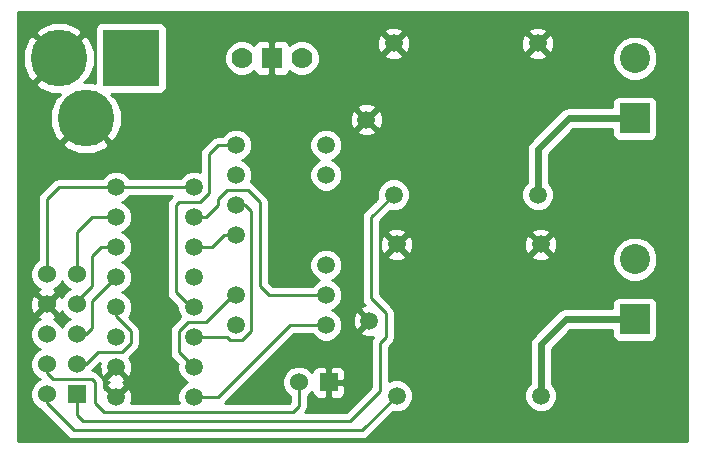
<source format=gbl>
G04 (created by PCBNEW (2013-may-18)-stable) date lun 04 jui 2016 15:07:43 CEST*
%MOIN*%
G04 Gerber Fmt 3.4, Leading zero omitted, Abs format*
%FSLAX34Y34*%
G01*
G70*
G90*
G04 APERTURE LIST*
%ADD10C,0.00590551*%
%ADD11C,0.0590551*%
%ADD12R,0.1X0.1*%
%ADD13C,0.1*%
%ADD14R,0.06X0.06*%
%ADD15C,0.06*%
%ADD16C,0.07*%
%ADD17R,0.07X0.07*%
%ADD18C,0.189*%
%ADD19R,0.189X0.189*%
%ADD20C,0.01*%
%ADD21C,0.023622*%
G04 APERTURE END LIST*
G54D10*
G54D11*
X16700Y-19700D03*
X16700Y-20700D03*
X16700Y-21700D03*
X16700Y-22700D03*
X16700Y-23700D03*
X16700Y-25700D03*
X16700Y-26700D03*
X19300Y-26700D03*
X19300Y-25700D03*
X19300Y-24700D03*
X19300Y-23700D03*
X19300Y-22700D03*
X19300Y-21700D03*
X19300Y-20700D03*
X19300Y-19700D03*
X16700Y-24700D03*
G54D12*
X34000Y-24100D03*
G54D13*
X34000Y-22100D03*
G54D14*
X15400Y-26600D03*
G54D15*
X14400Y-26600D03*
X15400Y-25600D03*
X14400Y-25600D03*
X15400Y-24600D03*
X14400Y-24600D03*
X15400Y-23600D03*
X14400Y-23600D03*
X15400Y-22600D03*
X14400Y-22600D03*
G54D12*
X34000Y-17400D03*
G54D13*
X34000Y-15400D03*
G54D11*
X23700Y-19300D03*
X23700Y-18300D03*
X23700Y-22300D03*
X23700Y-23300D03*
X23700Y-24300D03*
X20700Y-24300D03*
X20700Y-23300D03*
X20700Y-21300D03*
X20700Y-20300D03*
X20700Y-19300D03*
X20700Y-18300D03*
G54D14*
X23800Y-26200D03*
G54D15*
X22800Y-26200D03*
G54D16*
X20900Y-15400D03*
G54D17*
X21900Y-15400D03*
G54D16*
X22900Y-15400D03*
G54D18*
X14800Y-15400D03*
G54D19*
X17200Y-15400D03*
G54D18*
X15700Y-17400D03*
G54D11*
X25052Y-17448D03*
X30761Y-19948D03*
X25958Y-19948D03*
X25958Y-14909D03*
X30761Y-14909D03*
X25152Y-24148D03*
X30861Y-26648D03*
X26058Y-26648D03*
X26058Y-21609D03*
X30861Y-21609D03*
G54D20*
X16700Y-19700D02*
X19300Y-19700D01*
X14400Y-22600D02*
X14400Y-20100D01*
X14800Y-19700D02*
X16700Y-19700D01*
X14400Y-20100D02*
X14800Y-19700D01*
X15400Y-25600D02*
X15700Y-25600D01*
X16700Y-24000D02*
X16700Y-23700D01*
X17200Y-24500D02*
X16700Y-24000D01*
X17200Y-24900D02*
X17200Y-24500D01*
X16900Y-25200D02*
X17200Y-24900D01*
X16100Y-25200D02*
X16900Y-25200D01*
X15900Y-25400D02*
X16100Y-25200D01*
X15700Y-25600D02*
X15900Y-25400D01*
X15400Y-23600D02*
X15400Y-23500D01*
X16200Y-21700D02*
X16700Y-21700D01*
X15900Y-22000D02*
X16200Y-21700D01*
X15900Y-23000D02*
X15900Y-22000D01*
X15400Y-23500D02*
X15900Y-23000D01*
X15400Y-22600D02*
X15400Y-21200D01*
X15900Y-20700D02*
X16700Y-20700D01*
X15400Y-21200D02*
X15900Y-20700D01*
X15400Y-24600D02*
X15700Y-24600D01*
X15900Y-23500D02*
X16700Y-22700D01*
X15900Y-24400D02*
X15900Y-23500D01*
X15700Y-24600D02*
X15900Y-24400D01*
X15400Y-26600D02*
X15400Y-27300D01*
X25200Y-20707D02*
X25958Y-19948D01*
X25200Y-23400D02*
X25200Y-20707D01*
X25700Y-23900D02*
X25200Y-23400D01*
X25700Y-24700D02*
X25700Y-23900D01*
X25500Y-24900D02*
X25700Y-24700D01*
X25500Y-26500D02*
X25500Y-24900D01*
X24500Y-27500D02*
X25500Y-26500D01*
X15600Y-27500D02*
X24500Y-27500D01*
X15400Y-27300D02*
X15600Y-27500D01*
X14400Y-26600D02*
X14400Y-26900D01*
X24907Y-27800D02*
X26058Y-26648D01*
X15300Y-27800D02*
X24907Y-27800D01*
X14400Y-26900D02*
X15300Y-27800D01*
G54D21*
X30761Y-19948D02*
X30761Y-18438D01*
X31800Y-17400D02*
X34000Y-17400D01*
X30761Y-18438D02*
X31800Y-17400D01*
G54D20*
X20700Y-21300D02*
X20300Y-21300D01*
X19900Y-21700D02*
X19300Y-21700D01*
X20300Y-21300D02*
X19900Y-21700D01*
X19300Y-20700D02*
X19700Y-20700D01*
X21800Y-23300D02*
X23700Y-23300D01*
X21500Y-23000D02*
X21800Y-23300D01*
X21500Y-20200D02*
X21500Y-23000D01*
X21100Y-19800D02*
X21500Y-20200D01*
X20400Y-19800D02*
X21100Y-19800D01*
X20100Y-20100D02*
X20400Y-19800D01*
X20100Y-20300D02*
X20100Y-20100D01*
X19700Y-20700D02*
X20100Y-20300D01*
X19300Y-23700D02*
X19200Y-23700D01*
X20100Y-18300D02*
X20700Y-18300D01*
X19800Y-18600D02*
X20100Y-18300D01*
X19800Y-19900D02*
X19800Y-18600D01*
X19500Y-20200D02*
X19800Y-19900D01*
X18800Y-20200D02*
X19500Y-20200D01*
X18700Y-20300D02*
X18800Y-20200D01*
X18700Y-23200D02*
X18700Y-20300D01*
X19200Y-23700D02*
X18700Y-23200D01*
X19300Y-24700D02*
X20400Y-24700D01*
X21000Y-20300D02*
X20700Y-20300D01*
X21200Y-20500D02*
X21000Y-20300D01*
X21200Y-24500D02*
X21200Y-20500D01*
X20900Y-24800D02*
X21200Y-24500D01*
X20500Y-24800D02*
X20900Y-24800D01*
X20400Y-24700D02*
X20500Y-24800D01*
X19300Y-25700D02*
X18800Y-25200D01*
X20600Y-23300D02*
X20700Y-23300D01*
X19700Y-24200D02*
X20600Y-23300D01*
X19100Y-24200D02*
X19700Y-24200D01*
X18800Y-24500D02*
X19100Y-24200D01*
X18800Y-25200D02*
X18800Y-24500D01*
X19300Y-26700D02*
X20100Y-26700D01*
X22500Y-24300D02*
X23700Y-24300D01*
X20100Y-26700D02*
X22500Y-24300D01*
G54D21*
X30861Y-26648D02*
X30861Y-24938D01*
X31700Y-24100D02*
X34000Y-24100D01*
X30861Y-24938D02*
X31700Y-24100D01*
G54D20*
X22800Y-26200D02*
X22800Y-27000D01*
X14400Y-25900D02*
X14400Y-25600D01*
X14600Y-26100D02*
X14400Y-25900D01*
X15900Y-26100D02*
X14600Y-26100D01*
X16000Y-26200D02*
X15900Y-26100D01*
X16000Y-26900D02*
X16000Y-26200D01*
X16300Y-27200D02*
X16000Y-26900D01*
X22600Y-27200D02*
X16300Y-27200D01*
X22800Y-27000D02*
X22600Y-27200D01*
G54D10*
G36*
X19082Y-26199D02*
X18991Y-26237D01*
X18838Y-26390D01*
X18754Y-26591D01*
X18754Y-26807D01*
X18792Y-26900D01*
X17207Y-26900D01*
X17250Y-26780D01*
X17239Y-26563D01*
X17177Y-26414D01*
X17082Y-26388D01*
X17011Y-26458D01*
X17011Y-26317D01*
X16985Y-26222D01*
X16926Y-26201D01*
X16985Y-26177D01*
X17011Y-26082D01*
X16700Y-25770D01*
X16388Y-26082D01*
X16414Y-26177D01*
X16473Y-26198D01*
X16414Y-26222D01*
X16388Y-26317D01*
X16700Y-26629D01*
X17011Y-26317D01*
X17011Y-26458D01*
X16770Y-26700D01*
X16776Y-26705D01*
X16705Y-26776D01*
X16700Y-26770D01*
X16694Y-26776D01*
X16623Y-26705D01*
X16629Y-26700D01*
X16317Y-26388D01*
X16300Y-26393D01*
X16300Y-26200D01*
X16277Y-26085D01*
X16212Y-25987D01*
X16212Y-25987D01*
X16112Y-25887D01*
X16014Y-25822D01*
X15920Y-25804D01*
X16112Y-25612D01*
X16112Y-25612D01*
X16112Y-25612D01*
X16174Y-25549D01*
X16149Y-25619D01*
X16160Y-25836D01*
X16222Y-25985D01*
X16317Y-26011D01*
X16629Y-25700D01*
X16623Y-25694D01*
X16694Y-25623D01*
X16700Y-25629D01*
X16705Y-25623D01*
X16776Y-25694D01*
X16770Y-25700D01*
X17082Y-26011D01*
X17177Y-25985D01*
X17250Y-25780D01*
X17239Y-25563D01*
X17177Y-25414D01*
X17124Y-25400D01*
X17412Y-25112D01*
X17412Y-25112D01*
X17477Y-25014D01*
X17499Y-24900D01*
X17500Y-24900D01*
X17500Y-24500D01*
X17477Y-24385D01*
X17412Y-24287D01*
X17412Y-24287D01*
X17147Y-24023D01*
X17161Y-24009D01*
X17245Y-23808D01*
X17245Y-23592D01*
X17162Y-23391D01*
X17009Y-23238D01*
X16917Y-23200D01*
X17008Y-23162D01*
X17161Y-23009D01*
X17245Y-22808D01*
X17245Y-22592D01*
X17162Y-22391D01*
X17009Y-22238D01*
X16917Y-22200D01*
X17008Y-22162D01*
X17161Y-22009D01*
X17245Y-21808D01*
X17245Y-21592D01*
X17162Y-21391D01*
X17009Y-21238D01*
X16917Y-21200D01*
X17008Y-21162D01*
X17161Y-21009D01*
X17245Y-20808D01*
X17245Y-20592D01*
X17162Y-20391D01*
X17009Y-20238D01*
X16917Y-20200D01*
X17008Y-20162D01*
X17161Y-20009D01*
X17165Y-20000D01*
X18575Y-20000D01*
X18487Y-20087D01*
X18422Y-20185D01*
X18400Y-20300D01*
X18400Y-23200D01*
X18422Y-23314D01*
X18487Y-23412D01*
X18754Y-23679D01*
X18754Y-23807D01*
X18837Y-24008D01*
X18852Y-24023D01*
X18587Y-24287D01*
X18522Y-24385D01*
X18500Y-24500D01*
X18500Y-25200D01*
X18522Y-25314D01*
X18587Y-25412D01*
X18758Y-25582D01*
X18754Y-25591D01*
X18754Y-25807D01*
X18837Y-26008D01*
X18990Y-26161D01*
X19082Y-26199D01*
X19082Y-26199D01*
G37*
G54D20*
X19082Y-26199D02*
X18991Y-26237D01*
X18838Y-26390D01*
X18754Y-26591D01*
X18754Y-26807D01*
X18792Y-26900D01*
X17207Y-26900D01*
X17250Y-26780D01*
X17239Y-26563D01*
X17177Y-26414D01*
X17082Y-26388D01*
X17011Y-26458D01*
X17011Y-26317D01*
X16985Y-26222D01*
X16926Y-26201D01*
X16985Y-26177D01*
X17011Y-26082D01*
X16700Y-25770D01*
X16388Y-26082D01*
X16414Y-26177D01*
X16473Y-26198D01*
X16414Y-26222D01*
X16388Y-26317D01*
X16700Y-26629D01*
X17011Y-26317D01*
X17011Y-26458D01*
X16770Y-26700D01*
X16776Y-26705D01*
X16705Y-26776D01*
X16700Y-26770D01*
X16694Y-26776D01*
X16623Y-26705D01*
X16629Y-26700D01*
X16317Y-26388D01*
X16300Y-26393D01*
X16300Y-26200D01*
X16277Y-26085D01*
X16212Y-25987D01*
X16212Y-25987D01*
X16112Y-25887D01*
X16014Y-25822D01*
X15920Y-25804D01*
X16112Y-25612D01*
X16112Y-25612D01*
X16112Y-25612D01*
X16174Y-25549D01*
X16149Y-25619D01*
X16160Y-25836D01*
X16222Y-25985D01*
X16317Y-26011D01*
X16629Y-25700D01*
X16623Y-25694D01*
X16694Y-25623D01*
X16700Y-25629D01*
X16705Y-25623D01*
X16776Y-25694D01*
X16770Y-25700D01*
X17082Y-26011D01*
X17177Y-25985D01*
X17250Y-25780D01*
X17239Y-25563D01*
X17177Y-25414D01*
X17124Y-25400D01*
X17412Y-25112D01*
X17412Y-25112D01*
X17477Y-25014D01*
X17499Y-24900D01*
X17500Y-24900D01*
X17500Y-24500D01*
X17477Y-24385D01*
X17412Y-24287D01*
X17412Y-24287D01*
X17147Y-24023D01*
X17161Y-24009D01*
X17245Y-23808D01*
X17245Y-23592D01*
X17162Y-23391D01*
X17009Y-23238D01*
X16917Y-23200D01*
X17008Y-23162D01*
X17161Y-23009D01*
X17245Y-22808D01*
X17245Y-22592D01*
X17162Y-22391D01*
X17009Y-22238D01*
X16917Y-22200D01*
X17008Y-22162D01*
X17161Y-22009D01*
X17245Y-21808D01*
X17245Y-21592D01*
X17162Y-21391D01*
X17009Y-21238D01*
X16917Y-21200D01*
X17008Y-21162D01*
X17161Y-21009D01*
X17245Y-20808D01*
X17245Y-20592D01*
X17162Y-20391D01*
X17009Y-20238D01*
X16917Y-20200D01*
X17008Y-20162D01*
X17161Y-20009D01*
X17165Y-20000D01*
X18575Y-20000D01*
X18487Y-20087D01*
X18422Y-20185D01*
X18400Y-20300D01*
X18400Y-23200D01*
X18422Y-23314D01*
X18487Y-23412D01*
X18754Y-23679D01*
X18754Y-23807D01*
X18837Y-24008D01*
X18852Y-24023D01*
X18587Y-24287D01*
X18522Y-24385D01*
X18500Y-24500D01*
X18500Y-25200D01*
X18522Y-25314D01*
X18587Y-25412D01*
X18758Y-25582D01*
X18754Y-25591D01*
X18754Y-25807D01*
X18837Y-26008D01*
X18990Y-26161D01*
X19082Y-26199D01*
G54D10*
G36*
X35750Y-28150D02*
X34750Y-28150D01*
X34750Y-21951D01*
X34750Y-15251D01*
X34636Y-14975D01*
X34425Y-14764D01*
X34149Y-14650D01*
X33851Y-14649D01*
X33575Y-14763D01*
X33364Y-14974D01*
X33250Y-15250D01*
X33249Y-15548D01*
X33363Y-15824D01*
X33574Y-16035D01*
X33850Y-16149D01*
X34148Y-16150D01*
X34424Y-16036D01*
X34635Y-15825D01*
X34749Y-15549D01*
X34750Y-15251D01*
X34750Y-21951D01*
X34750Y-21951D01*
X34750Y-17850D01*
X34750Y-16850D01*
X34712Y-16758D01*
X34641Y-16688D01*
X34549Y-16650D01*
X34450Y-16649D01*
X33450Y-16649D01*
X33358Y-16687D01*
X33288Y-16758D01*
X33250Y-16850D01*
X33249Y-16949D01*
X33249Y-17031D01*
X31800Y-17031D01*
X31659Y-17059D01*
X31539Y-17139D01*
X31311Y-17367D01*
X31311Y-14990D01*
X31300Y-14773D01*
X31238Y-14624D01*
X31143Y-14597D01*
X31073Y-14668D01*
X31073Y-14526D01*
X31046Y-14432D01*
X30842Y-14359D01*
X30625Y-14370D01*
X30476Y-14432D01*
X30449Y-14526D01*
X30761Y-14838D01*
X31073Y-14526D01*
X31073Y-14668D01*
X30832Y-14909D01*
X31143Y-15221D01*
X31238Y-15194D01*
X31311Y-14990D01*
X31311Y-17367D01*
X31073Y-17606D01*
X31073Y-15291D01*
X30761Y-14980D01*
X30690Y-15050D01*
X30690Y-14909D01*
X30378Y-14597D01*
X30284Y-14624D01*
X30211Y-14828D01*
X30222Y-15045D01*
X30284Y-15194D01*
X30378Y-15221D01*
X30690Y-14909D01*
X30690Y-15050D01*
X30449Y-15291D01*
X30476Y-15386D01*
X30680Y-15459D01*
X30897Y-15448D01*
X31046Y-15386D01*
X31073Y-15291D01*
X31073Y-17606D01*
X30501Y-18178D01*
X30421Y-18297D01*
X30393Y-18438D01*
X30393Y-19545D01*
X30299Y-19639D01*
X30216Y-19839D01*
X30216Y-20056D01*
X30298Y-20257D01*
X30452Y-20410D01*
X30652Y-20493D01*
X30869Y-20494D01*
X31069Y-20411D01*
X31223Y-20258D01*
X31306Y-20057D01*
X31306Y-19840D01*
X31223Y-19640D01*
X31129Y-19545D01*
X31129Y-18591D01*
X31952Y-17768D01*
X33249Y-17768D01*
X33249Y-17949D01*
X33287Y-18041D01*
X33358Y-18111D01*
X33450Y-18149D01*
X33549Y-18150D01*
X34549Y-18150D01*
X34641Y-18112D01*
X34711Y-18041D01*
X34749Y-17949D01*
X34750Y-17850D01*
X34750Y-21951D01*
X34636Y-21675D01*
X34425Y-21464D01*
X34149Y-21350D01*
X33851Y-21349D01*
X33575Y-21463D01*
X33364Y-21674D01*
X33250Y-21950D01*
X33249Y-22248D01*
X33363Y-22524D01*
X33574Y-22735D01*
X33850Y-22849D01*
X34148Y-22850D01*
X34424Y-22736D01*
X34635Y-22525D01*
X34749Y-22249D01*
X34750Y-21951D01*
X34750Y-28150D01*
X34750Y-28150D01*
X34750Y-24550D01*
X34750Y-23550D01*
X34712Y-23458D01*
X34641Y-23388D01*
X34549Y-23350D01*
X34450Y-23349D01*
X33450Y-23349D01*
X33358Y-23387D01*
X33288Y-23458D01*
X33250Y-23550D01*
X33249Y-23649D01*
X33249Y-23731D01*
X31700Y-23731D01*
X31699Y-23731D01*
X31676Y-23736D01*
X31559Y-23759D01*
X31439Y-23839D01*
X31439Y-23839D01*
X31411Y-23867D01*
X31411Y-21690D01*
X31400Y-21473D01*
X31338Y-21324D01*
X31243Y-21297D01*
X31173Y-21368D01*
X31173Y-21226D01*
X31146Y-21132D01*
X30942Y-21059D01*
X30725Y-21070D01*
X30576Y-21132D01*
X30549Y-21226D01*
X30861Y-21538D01*
X31173Y-21226D01*
X31173Y-21368D01*
X30932Y-21609D01*
X31243Y-21921D01*
X31338Y-21894D01*
X31411Y-21690D01*
X31411Y-23867D01*
X31173Y-24106D01*
X31173Y-21991D01*
X30861Y-21680D01*
X30790Y-21750D01*
X30790Y-21609D01*
X30478Y-21297D01*
X30384Y-21324D01*
X30311Y-21528D01*
X30322Y-21745D01*
X30384Y-21894D01*
X30478Y-21921D01*
X30790Y-21609D01*
X30790Y-21750D01*
X30549Y-21991D01*
X30576Y-22086D01*
X30780Y-22159D01*
X30997Y-22148D01*
X31146Y-22086D01*
X31173Y-21991D01*
X31173Y-24106D01*
X30601Y-24678D01*
X30521Y-24797D01*
X30493Y-24938D01*
X30493Y-26245D01*
X30399Y-26339D01*
X30316Y-26539D01*
X30316Y-26756D01*
X30398Y-26957D01*
X30552Y-27110D01*
X30752Y-27193D01*
X30969Y-27194D01*
X31169Y-27111D01*
X31323Y-26958D01*
X31406Y-26757D01*
X31406Y-26540D01*
X31323Y-26340D01*
X31229Y-26245D01*
X31229Y-25091D01*
X31852Y-24468D01*
X33249Y-24468D01*
X33249Y-24649D01*
X33287Y-24741D01*
X33358Y-24811D01*
X33450Y-24849D01*
X33549Y-24850D01*
X34549Y-24850D01*
X34641Y-24812D01*
X34711Y-24741D01*
X34749Y-24649D01*
X34750Y-24550D01*
X34750Y-28150D01*
X26608Y-28150D01*
X26608Y-21690D01*
X26597Y-21473D01*
X26535Y-21324D01*
X26508Y-21316D01*
X26508Y-14990D01*
X26497Y-14773D01*
X26435Y-14624D01*
X26340Y-14597D01*
X26270Y-14668D01*
X26270Y-14526D01*
X26243Y-14432D01*
X26038Y-14359D01*
X25822Y-14370D01*
X25673Y-14432D01*
X25646Y-14526D01*
X25958Y-14838D01*
X26270Y-14526D01*
X26270Y-14668D01*
X26028Y-14909D01*
X26340Y-15221D01*
X26435Y-15194D01*
X26508Y-14990D01*
X26508Y-21316D01*
X26440Y-21297D01*
X26370Y-21368D01*
X26370Y-21226D01*
X26343Y-21132D01*
X26138Y-21059D01*
X25922Y-21070D01*
X25773Y-21132D01*
X25746Y-21226D01*
X26058Y-21538D01*
X26370Y-21226D01*
X26370Y-21368D01*
X26128Y-21609D01*
X26440Y-21921D01*
X26535Y-21894D01*
X26608Y-21690D01*
X26608Y-28150D01*
X26603Y-28150D01*
X26603Y-26540D01*
X26520Y-26340D01*
X26370Y-26189D01*
X26370Y-21991D01*
X26058Y-21680D01*
X25987Y-21750D01*
X25987Y-21609D01*
X25675Y-21297D01*
X25580Y-21324D01*
X25508Y-21528D01*
X25519Y-21745D01*
X25580Y-21894D01*
X25675Y-21921D01*
X25987Y-21609D01*
X25987Y-21750D01*
X25746Y-21991D01*
X25773Y-22086D01*
X25977Y-22159D01*
X26194Y-22148D01*
X26343Y-22086D01*
X26370Y-21991D01*
X26370Y-26189D01*
X26367Y-26186D01*
X26167Y-26103D01*
X25950Y-26103D01*
X25800Y-26165D01*
X25800Y-25024D01*
X25912Y-24912D01*
X25912Y-24912D01*
X25977Y-24814D01*
X25999Y-24700D01*
X26000Y-24700D01*
X26000Y-23900D01*
X25977Y-23785D01*
X25912Y-23687D01*
X25912Y-23687D01*
X25500Y-23275D01*
X25500Y-20831D01*
X25840Y-20490D01*
X25849Y-20493D01*
X26066Y-20494D01*
X26266Y-20411D01*
X26420Y-20258D01*
X26503Y-20057D01*
X26503Y-19840D01*
X26420Y-19640D01*
X26270Y-19489D01*
X26270Y-15291D01*
X25958Y-14980D01*
X25887Y-15050D01*
X25887Y-14909D01*
X25575Y-14597D01*
X25480Y-14624D01*
X25408Y-14828D01*
X25419Y-15045D01*
X25480Y-15194D01*
X25575Y-15221D01*
X25887Y-14909D01*
X25887Y-15050D01*
X25646Y-15291D01*
X25673Y-15386D01*
X25877Y-15459D01*
X26094Y-15448D01*
X26243Y-15386D01*
X26270Y-15291D01*
X26270Y-19489D01*
X26267Y-19486D01*
X26067Y-19403D01*
X25850Y-19403D01*
X25649Y-19486D01*
X25602Y-19533D01*
X25602Y-17529D01*
X25591Y-17312D01*
X25530Y-17163D01*
X25435Y-17137D01*
X25364Y-17207D01*
X25364Y-17066D01*
X25337Y-16971D01*
X25133Y-16898D01*
X24916Y-16909D01*
X24767Y-16971D01*
X24740Y-17066D01*
X25052Y-17378D01*
X25364Y-17066D01*
X25364Y-17207D01*
X25123Y-17448D01*
X25435Y-17760D01*
X25530Y-17733D01*
X25602Y-17529D01*
X25602Y-19533D01*
X25496Y-19639D01*
X25413Y-19839D01*
X25412Y-20056D01*
X25416Y-20066D01*
X25364Y-20118D01*
X25364Y-17831D01*
X25052Y-17519D01*
X24982Y-17590D01*
X24982Y-17448D01*
X24670Y-17137D01*
X24575Y-17163D01*
X24502Y-17368D01*
X24513Y-17584D01*
X24575Y-17733D01*
X24670Y-17760D01*
X24982Y-17448D01*
X24982Y-17590D01*
X24740Y-17831D01*
X24767Y-17926D01*
X24972Y-17998D01*
X25188Y-17987D01*
X25337Y-17926D01*
X25364Y-17831D01*
X25364Y-20118D01*
X24987Y-20494D01*
X24922Y-20592D01*
X24900Y-20707D01*
X24900Y-23400D01*
X24922Y-23514D01*
X24987Y-23612D01*
X24994Y-23618D01*
X24867Y-23671D01*
X24840Y-23766D01*
X25152Y-24078D01*
X25158Y-24072D01*
X25229Y-24143D01*
X25223Y-24148D01*
X25229Y-24154D01*
X25158Y-24225D01*
X25152Y-24219D01*
X25082Y-24290D01*
X25082Y-24148D01*
X24770Y-23837D01*
X24675Y-23863D01*
X24602Y-24068D01*
X24613Y-24284D01*
X24675Y-24433D01*
X24770Y-24460D01*
X25082Y-24148D01*
X25082Y-24290D01*
X24840Y-24531D01*
X24867Y-24626D01*
X25072Y-24698D01*
X25287Y-24687D01*
X25222Y-24785D01*
X25200Y-24900D01*
X25200Y-26375D01*
X24375Y-27200D01*
X24350Y-27200D01*
X24350Y-26450D01*
X24350Y-25949D01*
X24349Y-25850D01*
X24311Y-25758D01*
X24241Y-25687D01*
X24149Y-25649D01*
X23912Y-25650D01*
X23850Y-25712D01*
X23850Y-26150D01*
X24287Y-26150D01*
X24350Y-26087D01*
X24350Y-25949D01*
X24350Y-26450D01*
X24350Y-26312D01*
X24287Y-26250D01*
X23850Y-26250D01*
X23850Y-26687D01*
X23912Y-26750D01*
X24149Y-26750D01*
X24241Y-26712D01*
X24311Y-26641D01*
X24349Y-26549D01*
X24350Y-26450D01*
X24350Y-27200D01*
X23020Y-27200D01*
X23077Y-27114D01*
X23099Y-27000D01*
X23100Y-27000D01*
X23100Y-26671D01*
X23111Y-26666D01*
X23250Y-26527D01*
X23250Y-26549D01*
X23288Y-26641D01*
X23358Y-26712D01*
X23450Y-26750D01*
X23687Y-26750D01*
X23750Y-26687D01*
X23750Y-26250D01*
X23742Y-26250D01*
X23742Y-26150D01*
X23750Y-26150D01*
X23750Y-25712D01*
X23687Y-25650D01*
X23450Y-25649D01*
X23358Y-25687D01*
X23288Y-25758D01*
X23250Y-25850D01*
X23250Y-25872D01*
X23111Y-25734D01*
X22909Y-25650D01*
X22691Y-25649D01*
X22488Y-25733D01*
X22334Y-25888D01*
X22250Y-26090D01*
X22249Y-26308D01*
X22333Y-26511D01*
X22488Y-26665D01*
X22500Y-26670D01*
X22500Y-26875D01*
X22475Y-26900D01*
X20324Y-26900D01*
X22624Y-24600D01*
X23233Y-24600D01*
X23237Y-24608D01*
X23390Y-24761D01*
X23591Y-24845D01*
X23807Y-24845D01*
X24008Y-24762D01*
X24161Y-24609D01*
X24245Y-24408D01*
X24245Y-24192D01*
X24162Y-23991D01*
X24009Y-23838D01*
X23917Y-23800D01*
X24008Y-23762D01*
X24161Y-23609D01*
X24245Y-23408D01*
X24245Y-23192D01*
X24162Y-22991D01*
X24009Y-22838D01*
X23917Y-22800D01*
X24008Y-22762D01*
X24161Y-22609D01*
X24245Y-22408D01*
X24245Y-22192D01*
X24245Y-19192D01*
X24162Y-18991D01*
X24009Y-18838D01*
X23917Y-18800D01*
X24008Y-18762D01*
X24161Y-18609D01*
X24245Y-18408D01*
X24245Y-18192D01*
X24162Y-17991D01*
X24009Y-17838D01*
X23808Y-17754D01*
X23592Y-17754D01*
X23500Y-17792D01*
X23500Y-15281D01*
X23408Y-15060D01*
X23240Y-14891D01*
X23019Y-14800D01*
X22781Y-14799D01*
X22560Y-14891D01*
X22485Y-14965D01*
X22462Y-14908D01*
X22391Y-14838D01*
X22299Y-14800D01*
X22200Y-14799D01*
X22012Y-14800D01*
X21950Y-14862D01*
X21950Y-15350D01*
X21957Y-15350D01*
X21957Y-15450D01*
X21950Y-15450D01*
X21950Y-15937D01*
X22012Y-16000D01*
X22200Y-16000D01*
X22299Y-15999D01*
X22391Y-15961D01*
X22462Y-15891D01*
X22485Y-15834D01*
X22559Y-15908D01*
X22780Y-15999D01*
X23018Y-16000D01*
X23239Y-15908D01*
X23408Y-15740D01*
X23499Y-15519D01*
X23500Y-15281D01*
X23500Y-17792D01*
X23391Y-17837D01*
X23238Y-17990D01*
X23154Y-18191D01*
X23154Y-18407D01*
X23237Y-18608D01*
X23390Y-18761D01*
X23482Y-18799D01*
X23391Y-18837D01*
X23238Y-18990D01*
X23154Y-19191D01*
X23154Y-19407D01*
X23237Y-19608D01*
X23390Y-19761D01*
X23591Y-19845D01*
X23807Y-19845D01*
X24008Y-19762D01*
X24161Y-19609D01*
X24245Y-19408D01*
X24245Y-19192D01*
X24245Y-22192D01*
X24162Y-21991D01*
X24009Y-21838D01*
X23808Y-21754D01*
X23592Y-21754D01*
X23391Y-21837D01*
X23238Y-21990D01*
X23154Y-22191D01*
X23154Y-22407D01*
X23237Y-22608D01*
X23390Y-22761D01*
X23482Y-22799D01*
X23391Y-22837D01*
X23238Y-22990D01*
X23234Y-23000D01*
X21924Y-23000D01*
X21850Y-22925D01*
X21850Y-15937D01*
X21850Y-15450D01*
X21842Y-15450D01*
X21842Y-15350D01*
X21850Y-15350D01*
X21850Y-14862D01*
X21787Y-14800D01*
X21599Y-14799D01*
X21500Y-14800D01*
X21408Y-14838D01*
X21337Y-14908D01*
X21314Y-14965D01*
X21240Y-14891D01*
X21019Y-14800D01*
X20781Y-14799D01*
X20560Y-14891D01*
X20391Y-15059D01*
X20300Y-15280D01*
X20299Y-15518D01*
X20391Y-15739D01*
X20559Y-15908D01*
X20780Y-15999D01*
X21018Y-16000D01*
X21239Y-15908D01*
X21314Y-15834D01*
X21337Y-15891D01*
X21408Y-15961D01*
X21500Y-15999D01*
X21599Y-16000D01*
X21787Y-16000D01*
X21850Y-15937D01*
X21850Y-22925D01*
X21800Y-22875D01*
X21800Y-20200D01*
X21799Y-20199D01*
X21777Y-20085D01*
X21712Y-19987D01*
X21712Y-19987D01*
X21312Y-19587D01*
X21214Y-19522D01*
X21199Y-19519D01*
X21245Y-19408D01*
X21245Y-19192D01*
X21162Y-18991D01*
X21009Y-18838D01*
X20917Y-18800D01*
X21008Y-18762D01*
X21161Y-18609D01*
X21245Y-18408D01*
X21245Y-18192D01*
X21162Y-17991D01*
X21009Y-17838D01*
X20808Y-17754D01*
X20592Y-17754D01*
X20391Y-17837D01*
X20238Y-17990D01*
X20234Y-18000D01*
X20100Y-18000D01*
X19985Y-18022D01*
X19887Y-18087D01*
X19587Y-18387D01*
X19522Y-18485D01*
X19500Y-18600D01*
X19500Y-19192D01*
X19408Y-19154D01*
X19192Y-19154D01*
X18991Y-19237D01*
X18838Y-19390D01*
X18834Y-19400D01*
X18395Y-19400D01*
X18395Y-16295D01*
X18395Y-14405D01*
X18357Y-14313D01*
X18286Y-14243D01*
X18194Y-14205D01*
X18095Y-14204D01*
X16205Y-14204D01*
X16113Y-14242D01*
X16043Y-14313D01*
X16005Y-14405D01*
X16004Y-14504D01*
X16004Y-16233D01*
X15995Y-16229D01*
X15935Y-16204D01*
X15675Y-16205D01*
X15651Y-16181D01*
X15814Y-16075D01*
X15995Y-15635D01*
X15994Y-15160D01*
X15814Y-14724D01*
X15651Y-14618D01*
X15581Y-14689D01*
X15581Y-14548D01*
X15475Y-14385D01*
X15035Y-14204D01*
X14560Y-14205D01*
X14124Y-14385D01*
X14018Y-14548D01*
X14800Y-15329D01*
X15581Y-14548D01*
X15581Y-14689D01*
X14870Y-15400D01*
X14876Y-15405D01*
X14805Y-15476D01*
X14800Y-15470D01*
X14729Y-15541D01*
X14729Y-15400D01*
X13948Y-14618D01*
X13785Y-14724D01*
X13604Y-15164D01*
X13605Y-15639D01*
X13785Y-16075D01*
X13948Y-16181D01*
X14729Y-15400D01*
X14729Y-15541D01*
X14018Y-16251D01*
X14124Y-16414D01*
X14564Y-16595D01*
X14824Y-16594D01*
X14848Y-16618D01*
X14685Y-16724D01*
X14504Y-17164D01*
X14505Y-17639D01*
X14685Y-18075D01*
X14848Y-18181D01*
X15629Y-17400D01*
X15623Y-17394D01*
X15694Y-17323D01*
X15700Y-17329D01*
X15705Y-17323D01*
X15776Y-17394D01*
X15770Y-17400D01*
X16551Y-18181D01*
X16714Y-18075D01*
X16895Y-17635D01*
X16894Y-17160D01*
X16714Y-16724D01*
X16551Y-16618D01*
X16575Y-16595D01*
X18194Y-16595D01*
X18286Y-16557D01*
X18356Y-16486D01*
X18394Y-16394D01*
X18395Y-16295D01*
X18395Y-19400D01*
X17166Y-19400D01*
X17162Y-19391D01*
X17009Y-19238D01*
X16895Y-19190D01*
X16808Y-19154D01*
X16592Y-19154D01*
X16481Y-19200D01*
X16481Y-18251D01*
X15700Y-17470D01*
X15629Y-17541D01*
X14918Y-18251D01*
X15024Y-18414D01*
X15464Y-18595D01*
X15939Y-18594D01*
X16375Y-18414D01*
X16481Y-18251D01*
X16481Y-19200D01*
X16391Y-19237D01*
X16238Y-19390D01*
X16234Y-19400D01*
X14800Y-19400D01*
X14685Y-19422D01*
X14587Y-19487D01*
X14187Y-19887D01*
X14122Y-19985D01*
X14100Y-20100D01*
X14100Y-22128D01*
X14088Y-22133D01*
X13934Y-22288D01*
X13850Y-22490D01*
X13849Y-22708D01*
X13933Y-22911D01*
X14088Y-23065D01*
X14163Y-23097D01*
X14112Y-23118D01*
X14084Y-23214D01*
X14400Y-23529D01*
X14715Y-23214D01*
X14687Y-23118D01*
X14632Y-23099D01*
X14711Y-23066D01*
X14865Y-22911D01*
X14899Y-22830D01*
X14933Y-22911D01*
X15088Y-23065D01*
X15169Y-23099D01*
X15088Y-23133D01*
X14934Y-23288D01*
X14902Y-23363D01*
X14881Y-23312D01*
X14785Y-23284D01*
X14470Y-23600D01*
X14785Y-23915D01*
X14881Y-23887D01*
X14900Y-23832D01*
X14933Y-23911D01*
X15088Y-24065D01*
X15169Y-24099D01*
X15088Y-24133D01*
X14934Y-24288D01*
X14900Y-24369D01*
X14866Y-24288D01*
X14711Y-24134D01*
X14636Y-24102D01*
X14687Y-24081D01*
X14715Y-23985D01*
X14400Y-23670D01*
X14329Y-23741D01*
X14329Y-23600D01*
X14014Y-23284D01*
X13918Y-23312D01*
X13845Y-23518D01*
X13856Y-23736D01*
X13918Y-23887D01*
X14014Y-23915D01*
X14329Y-23600D01*
X14329Y-23741D01*
X14084Y-23985D01*
X14112Y-24081D01*
X14167Y-24100D01*
X14088Y-24133D01*
X13934Y-24288D01*
X13850Y-24490D01*
X13849Y-24708D01*
X13933Y-24911D01*
X14088Y-25065D01*
X14169Y-25099D01*
X14088Y-25133D01*
X13934Y-25288D01*
X13850Y-25490D01*
X13849Y-25708D01*
X13933Y-25911D01*
X14088Y-26065D01*
X14169Y-26099D01*
X14088Y-26133D01*
X13934Y-26288D01*
X13850Y-26490D01*
X13849Y-26708D01*
X13933Y-26911D01*
X14088Y-27065D01*
X14183Y-27105D01*
X14187Y-27112D01*
X15087Y-28012D01*
X15087Y-28012D01*
X15185Y-28077D01*
X15300Y-28100D01*
X24907Y-28100D01*
X24907Y-28099D01*
X25021Y-28077D01*
X25021Y-28077D01*
X25119Y-28012D01*
X25940Y-27190D01*
X25949Y-27193D01*
X26166Y-27194D01*
X26366Y-27111D01*
X26520Y-26958D01*
X26603Y-26757D01*
X26603Y-26540D01*
X26603Y-28150D01*
X13450Y-28150D01*
X13450Y-13850D01*
X35750Y-13850D01*
X35750Y-28150D01*
X35750Y-28150D01*
G37*
G54D20*
X35750Y-28150D02*
X34750Y-28150D01*
X34750Y-21951D01*
X34750Y-15251D01*
X34636Y-14975D01*
X34425Y-14764D01*
X34149Y-14650D01*
X33851Y-14649D01*
X33575Y-14763D01*
X33364Y-14974D01*
X33250Y-15250D01*
X33249Y-15548D01*
X33363Y-15824D01*
X33574Y-16035D01*
X33850Y-16149D01*
X34148Y-16150D01*
X34424Y-16036D01*
X34635Y-15825D01*
X34749Y-15549D01*
X34750Y-15251D01*
X34750Y-21951D01*
X34750Y-21951D01*
X34750Y-17850D01*
X34750Y-16850D01*
X34712Y-16758D01*
X34641Y-16688D01*
X34549Y-16650D01*
X34450Y-16649D01*
X33450Y-16649D01*
X33358Y-16687D01*
X33288Y-16758D01*
X33250Y-16850D01*
X33249Y-16949D01*
X33249Y-17031D01*
X31800Y-17031D01*
X31659Y-17059D01*
X31539Y-17139D01*
X31311Y-17367D01*
X31311Y-14990D01*
X31300Y-14773D01*
X31238Y-14624D01*
X31143Y-14597D01*
X31073Y-14668D01*
X31073Y-14526D01*
X31046Y-14432D01*
X30842Y-14359D01*
X30625Y-14370D01*
X30476Y-14432D01*
X30449Y-14526D01*
X30761Y-14838D01*
X31073Y-14526D01*
X31073Y-14668D01*
X30832Y-14909D01*
X31143Y-15221D01*
X31238Y-15194D01*
X31311Y-14990D01*
X31311Y-17367D01*
X31073Y-17606D01*
X31073Y-15291D01*
X30761Y-14980D01*
X30690Y-15050D01*
X30690Y-14909D01*
X30378Y-14597D01*
X30284Y-14624D01*
X30211Y-14828D01*
X30222Y-15045D01*
X30284Y-15194D01*
X30378Y-15221D01*
X30690Y-14909D01*
X30690Y-15050D01*
X30449Y-15291D01*
X30476Y-15386D01*
X30680Y-15459D01*
X30897Y-15448D01*
X31046Y-15386D01*
X31073Y-15291D01*
X31073Y-17606D01*
X30501Y-18178D01*
X30421Y-18297D01*
X30393Y-18438D01*
X30393Y-19545D01*
X30299Y-19639D01*
X30216Y-19839D01*
X30216Y-20056D01*
X30298Y-20257D01*
X30452Y-20410D01*
X30652Y-20493D01*
X30869Y-20494D01*
X31069Y-20411D01*
X31223Y-20258D01*
X31306Y-20057D01*
X31306Y-19840D01*
X31223Y-19640D01*
X31129Y-19545D01*
X31129Y-18591D01*
X31952Y-17768D01*
X33249Y-17768D01*
X33249Y-17949D01*
X33287Y-18041D01*
X33358Y-18111D01*
X33450Y-18149D01*
X33549Y-18150D01*
X34549Y-18150D01*
X34641Y-18112D01*
X34711Y-18041D01*
X34749Y-17949D01*
X34750Y-17850D01*
X34750Y-21951D01*
X34636Y-21675D01*
X34425Y-21464D01*
X34149Y-21350D01*
X33851Y-21349D01*
X33575Y-21463D01*
X33364Y-21674D01*
X33250Y-21950D01*
X33249Y-22248D01*
X33363Y-22524D01*
X33574Y-22735D01*
X33850Y-22849D01*
X34148Y-22850D01*
X34424Y-22736D01*
X34635Y-22525D01*
X34749Y-22249D01*
X34750Y-21951D01*
X34750Y-28150D01*
X34750Y-28150D01*
X34750Y-24550D01*
X34750Y-23550D01*
X34712Y-23458D01*
X34641Y-23388D01*
X34549Y-23350D01*
X34450Y-23349D01*
X33450Y-23349D01*
X33358Y-23387D01*
X33288Y-23458D01*
X33250Y-23550D01*
X33249Y-23649D01*
X33249Y-23731D01*
X31700Y-23731D01*
X31699Y-23731D01*
X31676Y-23736D01*
X31559Y-23759D01*
X31439Y-23839D01*
X31439Y-23839D01*
X31411Y-23867D01*
X31411Y-21690D01*
X31400Y-21473D01*
X31338Y-21324D01*
X31243Y-21297D01*
X31173Y-21368D01*
X31173Y-21226D01*
X31146Y-21132D01*
X30942Y-21059D01*
X30725Y-21070D01*
X30576Y-21132D01*
X30549Y-21226D01*
X30861Y-21538D01*
X31173Y-21226D01*
X31173Y-21368D01*
X30932Y-21609D01*
X31243Y-21921D01*
X31338Y-21894D01*
X31411Y-21690D01*
X31411Y-23867D01*
X31173Y-24106D01*
X31173Y-21991D01*
X30861Y-21680D01*
X30790Y-21750D01*
X30790Y-21609D01*
X30478Y-21297D01*
X30384Y-21324D01*
X30311Y-21528D01*
X30322Y-21745D01*
X30384Y-21894D01*
X30478Y-21921D01*
X30790Y-21609D01*
X30790Y-21750D01*
X30549Y-21991D01*
X30576Y-22086D01*
X30780Y-22159D01*
X30997Y-22148D01*
X31146Y-22086D01*
X31173Y-21991D01*
X31173Y-24106D01*
X30601Y-24678D01*
X30521Y-24797D01*
X30493Y-24938D01*
X30493Y-26245D01*
X30399Y-26339D01*
X30316Y-26539D01*
X30316Y-26756D01*
X30398Y-26957D01*
X30552Y-27110D01*
X30752Y-27193D01*
X30969Y-27194D01*
X31169Y-27111D01*
X31323Y-26958D01*
X31406Y-26757D01*
X31406Y-26540D01*
X31323Y-26340D01*
X31229Y-26245D01*
X31229Y-25091D01*
X31852Y-24468D01*
X33249Y-24468D01*
X33249Y-24649D01*
X33287Y-24741D01*
X33358Y-24811D01*
X33450Y-24849D01*
X33549Y-24850D01*
X34549Y-24850D01*
X34641Y-24812D01*
X34711Y-24741D01*
X34749Y-24649D01*
X34750Y-24550D01*
X34750Y-28150D01*
X26608Y-28150D01*
X26608Y-21690D01*
X26597Y-21473D01*
X26535Y-21324D01*
X26508Y-21316D01*
X26508Y-14990D01*
X26497Y-14773D01*
X26435Y-14624D01*
X26340Y-14597D01*
X26270Y-14668D01*
X26270Y-14526D01*
X26243Y-14432D01*
X26038Y-14359D01*
X25822Y-14370D01*
X25673Y-14432D01*
X25646Y-14526D01*
X25958Y-14838D01*
X26270Y-14526D01*
X26270Y-14668D01*
X26028Y-14909D01*
X26340Y-15221D01*
X26435Y-15194D01*
X26508Y-14990D01*
X26508Y-21316D01*
X26440Y-21297D01*
X26370Y-21368D01*
X26370Y-21226D01*
X26343Y-21132D01*
X26138Y-21059D01*
X25922Y-21070D01*
X25773Y-21132D01*
X25746Y-21226D01*
X26058Y-21538D01*
X26370Y-21226D01*
X26370Y-21368D01*
X26128Y-21609D01*
X26440Y-21921D01*
X26535Y-21894D01*
X26608Y-21690D01*
X26608Y-28150D01*
X26603Y-28150D01*
X26603Y-26540D01*
X26520Y-26340D01*
X26370Y-26189D01*
X26370Y-21991D01*
X26058Y-21680D01*
X25987Y-21750D01*
X25987Y-21609D01*
X25675Y-21297D01*
X25580Y-21324D01*
X25508Y-21528D01*
X25519Y-21745D01*
X25580Y-21894D01*
X25675Y-21921D01*
X25987Y-21609D01*
X25987Y-21750D01*
X25746Y-21991D01*
X25773Y-22086D01*
X25977Y-22159D01*
X26194Y-22148D01*
X26343Y-22086D01*
X26370Y-21991D01*
X26370Y-26189D01*
X26367Y-26186D01*
X26167Y-26103D01*
X25950Y-26103D01*
X25800Y-26165D01*
X25800Y-25024D01*
X25912Y-24912D01*
X25912Y-24912D01*
X25977Y-24814D01*
X25999Y-24700D01*
X26000Y-24700D01*
X26000Y-23900D01*
X25977Y-23785D01*
X25912Y-23687D01*
X25912Y-23687D01*
X25500Y-23275D01*
X25500Y-20831D01*
X25840Y-20490D01*
X25849Y-20493D01*
X26066Y-20494D01*
X26266Y-20411D01*
X26420Y-20258D01*
X26503Y-20057D01*
X26503Y-19840D01*
X26420Y-19640D01*
X26270Y-19489D01*
X26270Y-15291D01*
X25958Y-14980D01*
X25887Y-15050D01*
X25887Y-14909D01*
X25575Y-14597D01*
X25480Y-14624D01*
X25408Y-14828D01*
X25419Y-15045D01*
X25480Y-15194D01*
X25575Y-15221D01*
X25887Y-14909D01*
X25887Y-15050D01*
X25646Y-15291D01*
X25673Y-15386D01*
X25877Y-15459D01*
X26094Y-15448D01*
X26243Y-15386D01*
X26270Y-15291D01*
X26270Y-19489D01*
X26267Y-19486D01*
X26067Y-19403D01*
X25850Y-19403D01*
X25649Y-19486D01*
X25602Y-19533D01*
X25602Y-17529D01*
X25591Y-17312D01*
X25530Y-17163D01*
X25435Y-17137D01*
X25364Y-17207D01*
X25364Y-17066D01*
X25337Y-16971D01*
X25133Y-16898D01*
X24916Y-16909D01*
X24767Y-16971D01*
X24740Y-17066D01*
X25052Y-17378D01*
X25364Y-17066D01*
X25364Y-17207D01*
X25123Y-17448D01*
X25435Y-17760D01*
X25530Y-17733D01*
X25602Y-17529D01*
X25602Y-19533D01*
X25496Y-19639D01*
X25413Y-19839D01*
X25412Y-20056D01*
X25416Y-20066D01*
X25364Y-20118D01*
X25364Y-17831D01*
X25052Y-17519D01*
X24982Y-17590D01*
X24982Y-17448D01*
X24670Y-17137D01*
X24575Y-17163D01*
X24502Y-17368D01*
X24513Y-17584D01*
X24575Y-17733D01*
X24670Y-17760D01*
X24982Y-17448D01*
X24982Y-17590D01*
X24740Y-17831D01*
X24767Y-17926D01*
X24972Y-17998D01*
X25188Y-17987D01*
X25337Y-17926D01*
X25364Y-17831D01*
X25364Y-20118D01*
X24987Y-20494D01*
X24922Y-20592D01*
X24900Y-20707D01*
X24900Y-23400D01*
X24922Y-23514D01*
X24987Y-23612D01*
X24994Y-23618D01*
X24867Y-23671D01*
X24840Y-23766D01*
X25152Y-24078D01*
X25158Y-24072D01*
X25229Y-24143D01*
X25223Y-24148D01*
X25229Y-24154D01*
X25158Y-24225D01*
X25152Y-24219D01*
X25082Y-24290D01*
X25082Y-24148D01*
X24770Y-23837D01*
X24675Y-23863D01*
X24602Y-24068D01*
X24613Y-24284D01*
X24675Y-24433D01*
X24770Y-24460D01*
X25082Y-24148D01*
X25082Y-24290D01*
X24840Y-24531D01*
X24867Y-24626D01*
X25072Y-24698D01*
X25287Y-24687D01*
X25222Y-24785D01*
X25200Y-24900D01*
X25200Y-26375D01*
X24375Y-27200D01*
X24350Y-27200D01*
X24350Y-26450D01*
X24350Y-25949D01*
X24349Y-25850D01*
X24311Y-25758D01*
X24241Y-25687D01*
X24149Y-25649D01*
X23912Y-25650D01*
X23850Y-25712D01*
X23850Y-26150D01*
X24287Y-26150D01*
X24350Y-26087D01*
X24350Y-25949D01*
X24350Y-26450D01*
X24350Y-26312D01*
X24287Y-26250D01*
X23850Y-26250D01*
X23850Y-26687D01*
X23912Y-26750D01*
X24149Y-26750D01*
X24241Y-26712D01*
X24311Y-26641D01*
X24349Y-26549D01*
X24350Y-26450D01*
X24350Y-27200D01*
X23020Y-27200D01*
X23077Y-27114D01*
X23099Y-27000D01*
X23100Y-27000D01*
X23100Y-26671D01*
X23111Y-26666D01*
X23250Y-26527D01*
X23250Y-26549D01*
X23288Y-26641D01*
X23358Y-26712D01*
X23450Y-26750D01*
X23687Y-26750D01*
X23750Y-26687D01*
X23750Y-26250D01*
X23742Y-26250D01*
X23742Y-26150D01*
X23750Y-26150D01*
X23750Y-25712D01*
X23687Y-25650D01*
X23450Y-25649D01*
X23358Y-25687D01*
X23288Y-25758D01*
X23250Y-25850D01*
X23250Y-25872D01*
X23111Y-25734D01*
X22909Y-25650D01*
X22691Y-25649D01*
X22488Y-25733D01*
X22334Y-25888D01*
X22250Y-26090D01*
X22249Y-26308D01*
X22333Y-26511D01*
X22488Y-26665D01*
X22500Y-26670D01*
X22500Y-26875D01*
X22475Y-26900D01*
X20324Y-26900D01*
X22624Y-24600D01*
X23233Y-24600D01*
X23237Y-24608D01*
X23390Y-24761D01*
X23591Y-24845D01*
X23807Y-24845D01*
X24008Y-24762D01*
X24161Y-24609D01*
X24245Y-24408D01*
X24245Y-24192D01*
X24162Y-23991D01*
X24009Y-23838D01*
X23917Y-23800D01*
X24008Y-23762D01*
X24161Y-23609D01*
X24245Y-23408D01*
X24245Y-23192D01*
X24162Y-22991D01*
X24009Y-22838D01*
X23917Y-22800D01*
X24008Y-22762D01*
X24161Y-22609D01*
X24245Y-22408D01*
X24245Y-22192D01*
X24245Y-19192D01*
X24162Y-18991D01*
X24009Y-18838D01*
X23917Y-18800D01*
X24008Y-18762D01*
X24161Y-18609D01*
X24245Y-18408D01*
X24245Y-18192D01*
X24162Y-17991D01*
X24009Y-17838D01*
X23808Y-17754D01*
X23592Y-17754D01*
X23500Y-17792D01*
X23500Y-15281D01*
X23408Y-15060D01*
X23240Y-14891D01*
X23019Y-14800D01*
X22781Y-14799D01*
X22560Y-14891D01*
X22485Y-14965D01*
X22462Y-14908D01*
X22391Y-14838D01*
X22299Y-14800D01*
X22200Y-14799D01*
X22012Y-14800D01*
X21950Y-14862D01*
X21950Y-15350D01*
X21957Y-15350D01*
X21957Y-15450D01*
X21950Y-15450D01*
X21950Y-15937D01*
X22012Y-16000D01*
X22200Y-16000D01*
X22299Y-15999D01*
X22391Y-15961D01*
X22462Y-15891D01*
X22485Y-15834D01*
X22559Y-15908D01*
X22780Y-15999D01*
X23018Y-16000D01*
X23239Y-15908D01*
X23408Y-15740D01*
X23499Y-15519D01*
X23500Y-15281D01*
X23500Y-17792D01*
X23391Y-17837D01*
X23238Y-17990D01*
X23154Y-18191D01*
X23154Y-18407D01*
X23237Y-18608D01*
X23390Y-18761D01*
X23482Y-18799D01*
X23391Y-18837D01*
X23238Y-18990D01*
X23154Y-19191D01*
X23154Y-19407D01*
X23237Y-19608D01*
X23390Y-19761D01*
X23591Y-19845D01*
X23807Y-19845D01*
X24008Y-19762D01*
X24161Y-19609D01*
X24245Y-19408D01*
X24245Y-19192D01*
X24245Y-22192D01*
X24162Y-21991D01*
X24009Y-21838D01*
X23808Y-21754D01*
X23592Y-21754D01*
X23391Y-21837D01*
X23238Y-21990D01*
X23154Y-22191D01*
X23154Y-22407D01*
X23237Y-22608D01*
X23390Y-22761D01*
X23482Y-22799D01*
X23391Y-22837D01*
X23238Y-22990D01*
X23234Y-23000D01*
X21924Y-23000D01*
X21850Y-22925D01*
X21850Y-15937D01*
X21850Y-15450D01*
X21842Y-15450D01*
X21842Y-15350D01*
X21850Y-15350D01*
X21850Y-14862D01*
X21787Y-14800D01*
X21599Y-14799D01*
X21500Y-14800D01*
X21408Y-14838D01*
X21337Y-14908D01*
X21314Y-14965D01*
X21240Y-14891D01*
X21019Y-14800D01*
X20781Y-14799D01*
X20560Y-14891D01*
X20391Y-15059D01*
X20300Y-15280D01*
X20299Y-15518D01*
X20391Y-15739D01*
X20559Y-15908D01*
X20780Y-15999D01*
X21018Y-16000D01*
X21239Y-15908D01*
X21314Y-15834D01*
X21337Y-15891D01*
X21408Y-15961D01*
X21500Y-15999D01*
X21599Y-16000D01*
X21787Y-16000D01*
X21850Y-15937D01*
X21850Y-22925D01*
X21800Y-22875D01*
X21800Y-20200D01*
X21799Y-20199D01*
X21777Y-20085D01*
X21712Y-19987D01*
X21712Y-19987D01*
X21312Y-19587D01*
X21214Y-19522D01*
X21199Y-19519D01*
X21245Y-19408D01*
X21245Y-19192D01*
X21162Y-18991D01*
X21009Y-18838D01*
X20917Y-18800D01*
X21008Y-18762D01*
X21161Y-18609D01*
X21245Y-18408D01*
X21245Y-18192D01*
X21162Y-17991D01*
X21009Y-17838D01*
X20808Y-17754D01*
X20592Y-17754D01*
X20391Y-17837D01*
X20238Y-17990D01*
X20234Y-18000D01*
X20100Y-18000D01*
X19985Y-18022D01*
X19887Y-18087D01*
X19587Y-18387D01*
X19522Y-18485D01*
X19500Y-18600D01*
X19500Y-19192D01*
X19408Y-19154D01*
X19192Y-19154D01*
X18991Y-19237D01*
X18838Y-19390D01*
X18834Y-19400D01*
X18395Y-19400D01*
X18395Y-16295D01*
X18395Y-14405D01*
X18357Y-14313D01*
X18286Y-14243D01*
X18194Y-14205D01*
X18095Y-14204D01*
X16205Y-14204D01*
X16113Y-14242D01*
X16043Y-14313D01*
X16005Y-14405D01*
X16004Y-14504D01*
X16004Y-16233D01*
X15995Y-16229D01*
X15935Y-16204D01*
X15675Y-16205D01*
X15651Y-16181D01*
X15814Y-16075D01*
X15995Y-15635D01*
X15994Y-15160D01*
X15814Y-14724D01*
X15651Y-14618D01*
X15581Y-14689D01*
X15581Y-14548D01*
X15475Y-14385D01*
X15035Y-14204D01*
X14560Y-14205D01*
X14124Y-14385D01*
X14018Y-14548D01*
X14800Y-15329D01*
X15581Y-14548D01*
X15581Y-14689D01*
X14870Y-15400D01*
X14876Y-15405D01*
X14805Y-15476D01*
X14800Y-15470D01*
X14729Y-15541D01*
X14729Y-15400D01*
X13948Y-14618D01*
X13785Y-14724D01*
X13604Y-15164D01*
X13605Y-15639D01*
X13785Y-16075D01*
X13948Y-16181D01*
X14729Y-15400D01*
X14729Y-15541D01*
X14018Y-16251D01*
X14124Y-16414D01*
X14564Y-16595D01*
X14824Y-16594D01*
X14848Y-16618D01*
X14685Y-16724D01*
X14504Y-17164D01*
X14505Y-17639D01*
X14685Y-18075D01*
X14848Y-18181D01*
X15629Y-17400D01*
X15623Y-17394D01*
X15694Y-17323D01*
X15700Y-17329D01*
X15705Y-17323D01*
X15776Y-17394D01*
X15770Y-17400D01*
X16551Y-18181D01*
X16714Y-18075D01*
X16895Y-17635D01*
X16894Y-17160D01*
X16714Y-16724D01*
X16551Y-16618D01*
X16575Y-16595D01*
X18194Y-16595D01*
X18286Y-16557D01*
X18356Y-16486D01*
X18394Y-16394D01*
X18395Y-16295D01*
X18395Y-19400D01*
X17166Y-19400D01*
X17162Y-19391D01*
X17009Y-19238D01*
X16895Y-19190D01*
X16808Y-19154D01*
X16592Y-19154D01*
X16481Y-19200D01*
X16481Y-18251D01*
X15700Y-17470D01*
X15629Y-17541D01*
X14918Y-18251D01*
X15024Y-18414D01*
X15464Y-18595D01*
X15939Y-18594D01*
X16375Y-18414D01*
X16481Y-18251D01*
X16481Y-19200D01*
X16391Y-19237D01*
X16238Y-19390D01*
X16234Y-19400D01*
X14800Y-19400D01*
X14685Y-19422D01*
X14587Y-19487D01*
X14187Y-19887D01*
X14122Y-19985D01*
X14100Y-20100D01*
X14100Y-22128D01*
X14088Y-22133D01*
X13934Y-22288D01*
X13850Y-22490D01*
X13849Y-22708D01*
X13933Y-22911D01*
X14088Y-23065D01*
X14163Y-23097D01*
X14112Y-23118D01*
X14084Y-23214D01*
X14400Y-23529D01*
X14715Y-23214D01*
X14687Y-23118D01*
X14632Y-23099D01*
X14711Y-23066D01*
X14865Y-22911D01*
X14899Y-22830D01*
X14933Y-22911D01*
X15088Y-23065D01*
X15169Y-23099D01*
X15088Y-23133D01*
X14934Y-23288D01*
X14902Y-23363D01*
X14881Y-23312D01*
X14785Y-23284D01*
X14470Y-23600D01*
X14785Y-23915D01*
X14881Y-23887D01*
X14900Y-23832D01*
X14933Y-23911D01*
X15088Y-24065D01*
X15169Y-24099D01*
X15088Y-24133D01*
X14934Y-24288D01*
X14900Y-24369D01*
X14866Y-24288D01*
X14711Y-24134D01*
X14636Y-24102D01*
X14687Y-24081D01*
X14715Y-23985D01*
X14400Y-23670D01*
X14329Y-23741D01*
X14329Y-23600D01*
X14014Y-23284D01*
X13918Y-23312D01*
X13845Y-23518D01*
X13856Y-23736D01*
X13918Y-23887D01*
X14014Y-23915D01*
X14329Y-23600D01*
X14329Y-23741D01*
X14084Y-23985D01*
X14112Y-24081D01*
X14167Y-24100D01*
X14088Y-24133D01*
X13934Y-24288D01*
X13850Y-24490D01*
X13849Y-24708D01*
X13933Y-24911D01*
X14088Y-25065D01*
X14169Y-25099D01*
X14088Y-25133D01*
X13934Y-25288D01*
X13850Y-25490D01*
X13849Y-25708D01*
X13933Y-25911D01*
X14088Y-26065D01*
X14169Y-26099D01*
X14088Y-26133D01*
X13934Y-26288D01*
X13850Y-26490D01*
X13849Y-26708D01*
X13933Y-26911D01*
X14088Y-27065D01*
X14183Y-27105D01*
X14187Y-27112D01*
X15087Y-28012D01*
X15087Y-28012D01*
X15185Y-28077D01*
X15300Y-28100D01*
X24907Y-28100D01*
X24907Y-28099D01*
X25021Y-28077D01*
X25021Y-28077D01*
X25119Y-28012D01*
X25940Y-27190D01*
X25949Y-27193D01*
X26166Y-27194D01*
X26366Y-27111D01*
X26520Y-26958D01*
X26603Y-26757D01*
X26603Y-26540D01*
X26603Y-28150D01*
X13450Y-28150D01*
X13450Y-13850D01*
X35750Y-13850D01*
X35750Y-28150D01*
M02*

</source>
